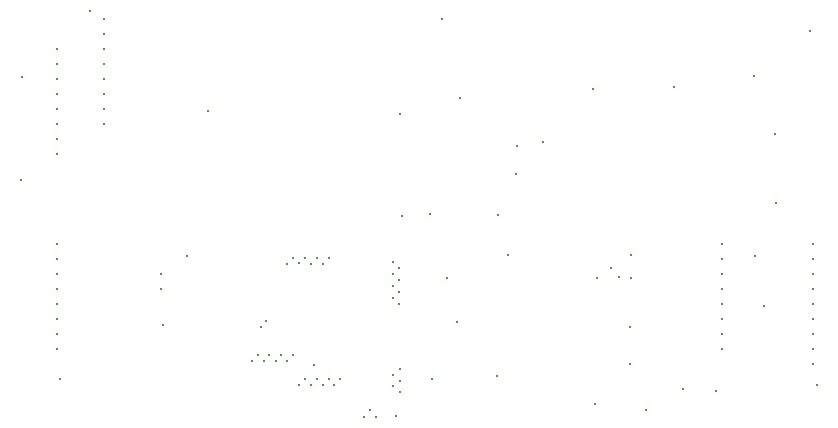
<source format=gbr>
%TF.GenerationSoftware,Altium Limited,Altium Designer,20.0.13 (296)*%
G04 Layer_Color=0*
%FSLAX26Y26*%
%MOIN*%
%TF.FileFunction,Plated,4,5,Blind,Drill*%
%TF.Part,Single*%
G01*
G75*
%TA.AperFunction,ViaDrill,NotFilled*%
%ADD346C,0.007874*%
D346*
X1599409Y1361220D02*
D03*
X819882Y1056102D02*
D03*
X424213Y1388780D02*
D03*
X199803Y1169291D02*
D03*
X195866Y825787D02*
D03*
X326772Y163386D02*
D03*
X667323Y341535D02*
D03*
X750000Y572835D02*
D03*
X1464567Y705709D02*
D03*
X1659449Y1098425D02*
D03*
X1458661Y1044291D02*
D03*
X1785433Y708661D02*
D03*
X1844488Y846457D02*
D03*
X1848425Y939961D02*
D03*
X1936024Y953740D02*
D03*
X2102362Y1129921D02*
D03*
X2372047Y1134842D02*
D03*
X2825787Y1322835D02*
D03*
X2639764Y1174213D02*
D03*
X2707677Y978346D02*
D03*
X2713583Y748032D02*
D03*
X2847441Y143701D02*
D03*
X2641732Y573819D02*
D03*
X2672244Y405512D02*
D03*
X2401575Y128937D02*
D03*
X2510827Y122047D02*
D03*
X2109252Y79724D02*
D03*
X1780512Y174213D02*
D03*
X1563976Y162402D02*
D03*
X1446850Y38386D02*
D03*
X1171260Y210630D02*
D03*
X2224409Y336122D02*
D03*
X1557087Y711614D02*
D03*
X1123241Y548477D02*
D03*
X1220473Y566929D02*
D03*
X1102362D02*
D03*
X1141226D02*
D03*
X1181102D02*
D03*
X984252Y241142D02*
D03*
X1102362D02*
D03*
X2531496Y562402D02*
D03*
X2224409Y213583D02*
D03*
X2278008Y59055D02*
D03*
X2836614Y262402D02*
D03*
X2834646Y312402D02*
D03*
Y612402D02*
D03*
X2188976Y501969D02*
D03*
X2229331Y575787D02*
D03*
Y500000D02*
D03*
X2116142D02*
D03*
X1819882Y575787D02*
D03*
X1647638Y351378D02*
D03*
X2163386Y531496D02*
D03*
X1616142Y500000D02*
D03*
X1013487Y354584D02*
D03*
X1458898Y196850D02*
D03*
Y157480D02*
D03*
X2834717Y211237D02*
D03*
X2834646Y362402D02*
D03*
Y512402D02*
D03*
Y562402D02*
D03*
Y412402D02*
D03*
Y462402D02*
D03*
X1161417Y547284D02*
D03*
X1200787D02*
D03*
X1082677D02*
D03*
X314961Y562402D02*
D03*
Y412402D02*
D03*
X472441Y1012402D02*
D03*
X1437047Y551181D02*
D03*
X2531496Y262402D02*
D03*
Y312402D02*
D03*
Y362402D02*
D03*
Y412402D02*
D03*
Y462402D02*
D03*
Y512402D02*
D03*
Y612402D02*
D03*
X661417Y462402D02*
D03*
X993841Y334899D02*
D03*
X661417Y512402D02*
D03*
X473425Y1063579D02*
D03*
X1082677Y221496D02*
D03*
X1062992Y241142D02*
D03*
X1043814Y221496D02*
D03*
X1023622Y241142D02*
D03*
X1003937Y221496D02*
D03*
X964567D02*
D03*
X1437047Y472441D02*
D03*
Y511811D02*
D03*
X314961Y912402D02*
D03*
Y962402D02*
D03*
Y1012402D02*
D03*
X314961Y1062402D02*
D03*
X314961Y1112402D02*
D03*
Y1162402D02*
D03*
Y1212402D02*
D03*
Y1262402D02*
D03*
X1259843Y161378D02*
D03*
X1240158Y141732D02*
D03*
X1220473Y161378D02*
D03*
X1201294Y141732D02*
D03*
X1181102Y161378D02*
D03*
X1161417Y141732D02*
D03*
X1141732Y161378D02*
D03*
X1122047Y141732D02*
D03*
X1458898Y118110D02*
D03*
X1338583Y37165D02*
D03*
X1377953D02*
D03*
X314961Y612402D02*
D03*
X314961Y512402D02*
D03*
X314961Y462402D02*
D03*
Y362402D02*
D03*
Y312402D02*
D03*
X314961Y262402D02*
D03*
X1437047Y177165D02*
D03*
Y137795D02*
D03*
X1358268Y59016D02*
D03*
X1456693Y413386D02*
D03*
X1437047Y433071D02*
D03*
X1456693Y452756D02*
D03*
Y492633D02*
D03*
Y531496D02*
D03*
X472441Y1112401D02*
D03*
Y1162401D02*
D03*
Y1212401D02*
D03*
Y1262401D02*
D03*
X472441Y1312401D02*
D03*
X472441Y1362401D02*
D03*
%TF.MD5,8ed717909e641b236462feaa8b43e432*%
M02*

</source>
